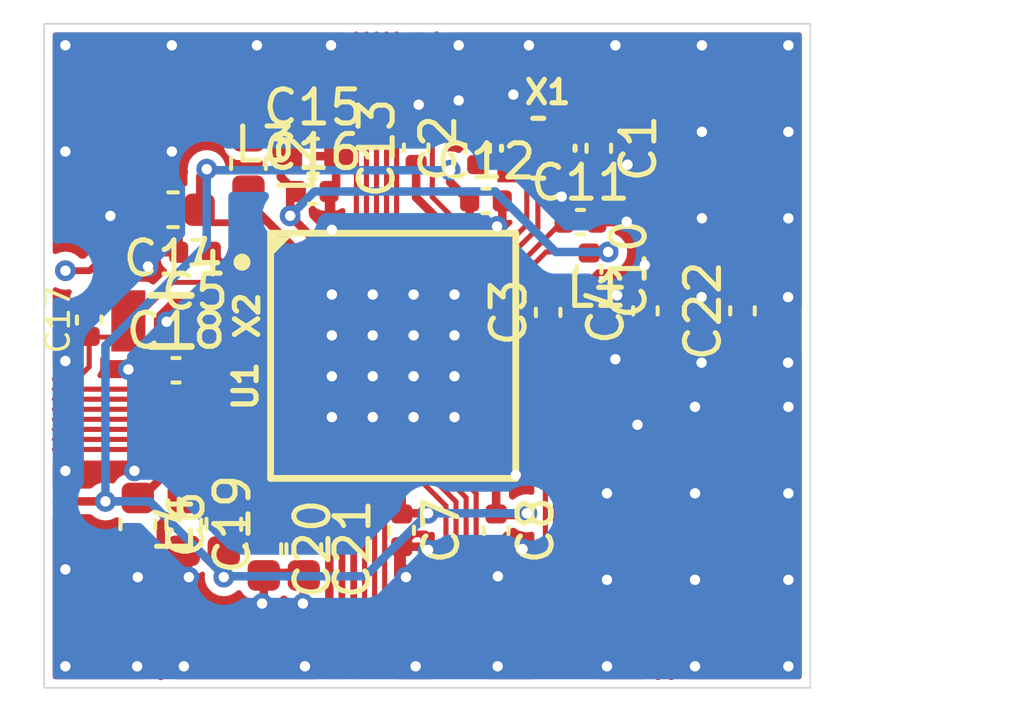
<source format=kicad_pcb>
(kicad_pcb (version 20221018) (generator pcbnew)
  (layers (0 "F.Cu" signal "Top Layer") (1 "In1.Cu" signal "Mid Layer 1") (2 "In2.Cu" signal "Mid Layer 2") (31 "B.Cu" signal "Bottom Layer") (34 "B.Paste" user "Bottom Paste") (35 "F.Paste" user "Top Paste") (36 "B.SilkS" user "Bottom Overlay") (37 "F.SilkS" user "Top Overlay") (38 "B.Mask" user "Bottom Solder") (39 "F.Mask" user "Top Solder") (44 "Edge.Cuts" user))
  (property "ADDRESS1" "")
  (property "ADDRESS2" "")
  (property "ADDRESS3" "")
  (property "ADDRESS4" "")
  (property "DEVICE" "nRF52840-QIAA")
  (property "DOCUMENTNUMBER" "")
  (property "DOCUMENTSIZE" "A4")
  (property "DRAWNBY" "RUBR")
  (property "ORGANIZATION" "")
  (property "REFLAYOUTTITLE" "Reference Layout Config. 4: VDDH supply, DCDC, USB")
  (property "SHEETTOTAL" "1")
  (net 0 "")
  (net 1 "NetC20_1")
  (net 2 "P1.15")
  (net 3 "P1.14")
  (net 4 "P1.13")
  (net 5 "P1.12")
  (net 6 "P1.11")
  (net 7 "P1.10")
  (net 8 "P1.09")
  (net 9 "P1.08")
  (net 10 "P1.07")
  (net 11 "P1.06")
  (net 12 "P1.05")
  (net 13 "P1.04")
  (net 14 "P1.03")
  (net 15 "P1.02")
  (net 16 "P1.01")
  (net 17 "P1.00")
  (net 18 "P0.31/AIN7")
  (net 19 "P0.30/AIN6")
  (net 20 "P0.29/AIN5")
  (net 21 "P0.18/RESET")
  (net 22 "P0.10/NFC2")
  (net 23 "P0.09/NFC1")
  (net 24 "NetC13_1")
  (net 25 "VBUS")
  (net 26 "NetC9_1")
  (net 27 "D-")
  (net 28 "D+")
  (net 29 "SWDIO")
  (net 30 "RF")
  (net 31 "P0.28/AIN4")
  (net 32 "P0.05/AIN3")
  (net 33 "P0.04/AIN2")
  (net 34 "P0.03/AIN1")
  (net 35 "P0.02/AIN0")
  (net 36 "P0.01/XL2")
  (net 37 "P0.00/XL1")
  (net 38 "NetC3_2")
  (net 39 "DEC4_6")
  (net 40 "DEC3")
  (net 41 "GND")
  (net 42 "SWDCLK")
  (net 43 "P0.27")
  (net 44 "P0.26")
  (net 45 "P0.25")
  (net 46 "P0.24")
  (net 47 "P0.23")
  (net 48 "P0.22")
  (net 49 "P0.21")
  (net 50 "P0.20")
  (net 51 "P0.19")
  (net 52 "P0.17")
  (net 53 "P0.16")
  (net 54 "P0.15")
  (net 55 "P0.14")
  (net 56 "P0.13")
  (net 57 "P0.12")
  (net 58 "P0.11")
  (net 59 "P0.08")
  (net 60 "P0.07")
  (net 61 "P0.06")
  (net 62 "DEC1")
  (net 63 "XC1")
  (net 64 "XC2")
  (net 65 "VDD_HV")
  (net 66 "NetL4_2")
  (net 67 "NetL2_2")
  (net 68 "/DEC1")
  (net 69 "VDD_nRF")
  (net 70 "Net-(U1-DEC2)")
  (net 71 "Net-(U1-DECUSB)")
  (net 72 "Net-(L2-Pad1)")
  (net 73 "Net-(U1-DCC)")
  (net 74 "Net-(U1-DCCH)")
  (net 77 "Net-(U1-DEC3)")
  (net 78 "Net-(U1-P0.00{slash}XL1)")
  (net 79 "Net-(U1-P0.01{slash}XL2)")
  (footprint "Capacitor_SMD:C_0402_1005Metric" (layer "F.Cu") (at 153.0011 101.0786)
    (fp_text reference "C11")
    (fp_text value "100pF")
  )
  (footprint "52840:BT-XTAL_2016" (layer "F.Cu") (at 151.7623 98.90819 180)
    (fp_text reference "X1")
    (fp_text value "32MHz" hide)
  )
  (footprint "Capacitor_SMD:C_0402_1005Metric" (layer "F.Cu") (at 152.05269 103.7282 90)
    (fp_text reference "C3")
    (fp_text value "0.8pF")
  )
  (footprint "Capacitor_SMD:C_0402_1005Metric" (layer "F.Cu") (at 150.2261 100.4536)
    (fp_text reference "C12")
    (fp_text value "100nF")
  )
  (footprint "Capacitor_SMD:C_0402_1005Metric" (layer "F.Cu") (at 153.25666 102.4636 -90)
    (fp_text reference "C10")
    (fp_text value "N.C.")
  )
  (footprint "Inductor_SMD:L_0603_1608Metric" (layer "F.Cu") (at 143.2511 99.3536 -90)
    (fp_text reference "L2")
    (fp_text value "10µH")
  )
  (footprint "Capacitor_SMD:C_0402_1005Metric" (layer "F.Cu") (at 149.9843 98.90819 90)
    (fp_text reference "C2")
    (fp_text value "12pF")
  )
  (footprint "Capacitor_SMD:C_0402_1005Metric" (layer "F.Cu") (at 147.7511 110.1286 -90)
    (fp_text reference "C7")
    (fp_text value "100nF")
  )
  (footprint "C:_Repositories_Applications_test_rsk_lib_RSK-ONLY_PcbLib_pcblib.PcbLib_XTAL_3215" (layer "F.Cu") (at 140.9737 103.9786)
    (fp_text reference "X2")
    (fp_text value "32.768kHz" hide)
  )
  (footprint "Capacitor_SMD:C_0402_1005Metric" (layer "F.Cu") (at 145.1389 100.1776)
    (fp_text reference "C16")
    (fp_text value "47nF")
  )
  (footprint "Capacitor_SMD:C_0402_1005Metric" (layer "F.Cu") (at 157.76009 103.6828 90)
    (fp_text reference "C22")
    (fp_text value "N.C.")
  )
  (footprint "Capacitor_SMD:C_0402_1005Metric" (layer "F.Cu") (at 154.90766 103.6828 90)
    (fp_text reference "C4")
    (fp_text value "0.5pF")
  )
  (footprint "Capacitor_SMD:C_0603_1608Metric" (layer "F.Cu") (at 145.1511 99.1396)
    (fp_text reference "C15")
    (fp_text value "1.0µF")
  )
  (footprint "" (layer "F.Cu") (at 159.0581 104.2416)
    (fp_text reference "")
    (fp_text value "")
  )
  (footprint "Capacitor_SMD:C_0603_1608Metric" (layer "F.Cu") (at 144.87607 110.6786 -90)
    (fp_text reference "C21")
    (fp_text value "4.7µF")
  )
  (footprint "Capacitor_SMD:C_0402_1005Metric" (layer "F.Cu") (at 148.1761 98.9036 90)
    (fp_text reference "C13")
    (fp_text value "N.C.")
  )
  (footprint "Capacitor_SMD:C_0402_1005Metric" (layer "F.Cu") (at 141.1237 105.4286)
    (fp_text reference "C18")
    (fp_text value "12pF")
  )
  (footprint "Inductor_SMD:L_0603_1608Metric" (layer "F.Cu") (at 142.52607 109.95361 90)
    (fp_text reference "L4")
    (fp_text value "10µH")
  )
  (footprint "Capacitor_SMD:C_0402_1005Metric" (layer "F.Cu") (at 141.680902 101.962276 180)
    (fp_text reference "C5")
    (fp_text value "100nF")
  )
  (footprint "Capacitor_SMD:C_0603_1608Metric" (layer "F.Cu") (at 141.35109 109.95361 -90)
    (fp_text reference "C19")
    (fp_text value "4.7µF")
  )
  (footprint "Capacitor_SMD:C_0603_1608Metric" (layer "F.Cu") (at 140.0011 109.95361 -90)
    (fp_text reference "C6")
    (fp_text value "4.7µF")
  )
  (footprint "Capacitor_SMD:C_0402_1005Metric" (layer "F.Cu") (at 150.5261 110.1286 -90)
    (fp_text reference "C8")
    (fp_text value "100nF")
  )
  (footprint "D:_Applications_test_rsk_lib_RSK-ONLY_PcbLib_AQFN50P700X700X85_HS-74N.PcbLib_AQFN50P700X700X85_HS-74N" (layer "F.Cu") (at 147.5011 105.0036)
    (fp_text reference "U1")
    (fp_text value "nRF52840-QIAA" hide)
  )
  (footprint "Capacitor_SMD:C_0603_1608Metric" (layer "F.Cu") (at 143.70107 110.6786 -90)
    (fp_text reference "C20")
    (fp_text value "4.7µF")
  )
  (footprint "Inductor_SMD:L_0402_1005Metric" (layer "F.Cu") (at 153.47509 104.2362)
    (fp_text reference "L1")
    (fp_text value "4.7nH")
  )
  (footprint "Capacitor_SMD:C_0402_1005Metric" (layer "F.Cu") (at 153.5403 98.90819 -90)
    (fp_text reference "C1")
    (fp_text value "12pF")
  )
  (footprint "Inductor_SMD:L_0402_1005Metric" (layer "F.Cu") (at 143.7261 97.6286 180)
    (fp_text reference "L3")
    (fp_text value "15nH")
  )
  (footprint "Capacitor_SMD:C_0402_1005Metric" (layer "F.Cu") (at 138.5737 103.9536 90)
    (fp_text reference "C17")
    (fp_text value "12pF")
  )
  (footprint "Capacitor_SMD:C_0603_1608Metric" (layer "F.Cu") (at 141.036681 100.71314 180)
    (fp_text reference "C14")
    (fp_text value "1.0µF")
  )
  (gr_line (start 159.7511 114.7536) (end 159.7511 95.2536) (stroke (width 0.05)) (layer "Edge.Cuts"))
  (gr_line (start 159.7511 95.2536) (end 137.2511 95.2536) (stroke (width 0.05)) (layer "Edge.Cuts"))
  (gr_line (start 137.2511 95.2536) (end 137.2511 114.7536) (stroke (width 0.05)) (layer "Edge.Cuts"))
  (gr_line (start 137.2511 114.7536) (end 159.7511 114.7536) (stroke (width 0.05)) (layer "Edge.Cuts"))
  (segment (start 143.70107 108.774) (end 144.34359 108.13148) (width 0.25) (layer "F.Cu") (net 1))
  (segment (start 143.70107 110.0036) (end 143.70107 108.774) (width 0.25) (layer "F.Cu") (net 1))
  (segment (start 145.3756 107.8791) (end 145.5011 107.7536) (width 0.184) (layer "F.Cu") (net 1))
  (segment (start 144.34359 108.13148) (end 144.59597 107.8791) (width 0.184) (layer "F.Cu") (net 1))
  (segment (start 144.59597 107.8791) (end 145.3756 107.8791) (width 0.184) (layer "F.Cu") (net 1))
  (segment (start 147.3061 101.21642) (end 147.7511 101.66141) (width 0.15) (layer "F.Cu") (net 2))
  (segment (start 147.3061 101.21642) (end 147.3061 95.5536) (width 0.15) (layer "F.Cu") (net 2))
  (segment (start 147.7511 101.7536) (end 147.7511 101.66141) (width 0.15) (layer "F.Cu") (net 2))
  (segment (start 148.2511 101.7536) (end 148.2511 101.74422) (width 0.15) (layer "F.Cu") (net 4))
  (segment (start 147.6011 101.09422) (end 148.2511 101.74422) (width 0.15) (layer "F.Cu") (net 4))
  (segment (start 147.6011 101.09422) (end 147.6011 95.5536) (width 0.15) (layer "F.Cu") (net 4))
  (segment (start 148.65129 100.3417) (end 148.65129 98.7286) (width 0.15) (layer "F.Cu") (net 7))
  (segment (start 148.65129 100.3417) (end 149.2511 100.94151) (width 0.15) (layer "F.Cu") (net 7))
  (segment (start 148.7759 98.60399) (end 148.7759 95.55) (width 0.15) (layer "F.Cu") (net 7))
  (segment (start 149.2511 101.7536) (end 149.2511 100.94151) (width 0.15) (layer "F.Cu") (net 7))
  (segment (start 148.65129 98.7286) (end 148.7759 98.60399) (width 0.15) (layer "F.Cu") (net 7))
  (segment (start 144.07609 105.7536) (end 144.2511 105.7536) (width 0.15) (layer "F.Cu") (net 8))
  (segment (start 137.5511 107.4586) (end 142.3711 107.4586) (width 0.15) (layer "F.Cu") (net 8))
  (segment (start 142.3711 107.4586) (end 144.07609 105.7536) (width 0.15) (layer "F.Cu") (net 8))
  (segment (start 150.76987 105.7536) (end 153.1515 108.13523) (width 0.15) (layer "F.Cu") (net 11))
  (segment (start 153.1515 114.40361) (end 153.1515 108.13523) (width 0.15) (layer "F.Cu") (net 11))
  (segment (start 150.7511 105.7536) (end 150.76987 105.7536) (width 0.15) (layer "F.Cu") (net 11))
  (segment (start 152.8565 114.40361) (end 152.8565 108.25742) (width 0.15) (layer "F.Cu") (net 13))
  (segment (start 150.85267 106.2536) (end 152.8565 108.25742) (width 0.15) (layer "F.Cu") (net 13))
  (segment (start 150.7511 106.2536) (end 150.85267 106.2536) (width 0.15) (layer "F.Cu") (net 13))
  (segment (start 150.93548 106.7536) (end 152.5615 108.37962) (width 0.15) (layer "F.Cu") (net 15))
  (segment (start 152.5615 114.40361) (end 152.5615 108.37962) (width 0.15) (layer "F.Cu") (net 15))
  (segment (start 150.7511 106.7536) (end 150.93548 106.7536) (width 0.15) (layer "F.Cu") (net 15))
  (segment (start 149.7511 108.85865) (end 149.9385 109.04605) (width 0.15) (layer "F.Cu") (net 17))
  (segment (start 149.9385 114.4036) (end 149.9385 109.04605) (width 0.15) (layer "F.Cu") (net 17))
  (segment (start 149.7511 108.85865) (end 149.7511 108.2536) (width 0.15) (layer "F.Cu") (net 17))
  (segment (start 146.4211 101.3736) (end 146.4211 95.5536) (width 0.15) (layer "F.Cu") (net 18))
  (segment (start 146.2511 101.5436) (end 146.4211 101.3736) (width 0.15) (layer "F.Cu") (net 18))
  (segment (start 146.2511 101.7536) (end 146.2511 101.5436) (width 0.15) (layer "F.Cu") (net 18))
  (segment (start 146.7161 101.71861) (end 146.7511 101.7536) (width 0.15) (layer "F.Cu") (net 20))
  (segment (start 146.7161 101.71861) (end 146.7161 95.5536) (width 0.15) (layer "F.Cu") (net 20))
  (segment (start 152.54962 105.8586) (end 154.95991 105.8586) (width 0.25) (layer "F.Cu") (net 22))
  (segment (start 154.95991 105.8586) (end 155.6685 106.56719) (width 0.25) (layer "F.Cu") (net 22))
  (segment (start 155.6685 114.4016) (end 155.6685 106.56719) (width 0.25) (layer "F.Cu") (net 22))
  (segment (start 150.94462 104.2536) (end 152.54962 105.8586) (width 0.25) (layer "F.Cu") (net 22))
  (segment (start 150.7511 104.2536) (end 150.94462 104.2536) (width 0.25) (layer "F.Cu") (net 22))
  (segment (start 155.2735 114.4016) (end 155.2735 106.7308) (width 0.25) (layer "F.Cu") (net 23))
  (segment (start 152.386 106.2536) (end 154.7963 106.2536) (width 0.25) (layer "F.Cu") (net 23))
  (segment (start 150.7511 104.7536) (end 150.886 104.7536) (width 0.25) (layer "F.Cu") (net 23))
  (segment (start 150.886 104.7536) (end 152.386 106.2536) (width 0.25) (layer "F.Cu") (net 23))
  (segment (start 154.7963 106.2536) (end 155.2735 106.7308) (width 0.25) (layer "F.Cu") (net 23))
  (segment (start 148.1761 100.35441) (end 148.1761 99.4036) (width 0.25) (layer "F.Cu") (net 24))
  (segment (start 148.7511 101.7536) (end 148.7511 100.92941) (width 0.25) (layer "F.Cu") (net 24))
  (segment (start 148.1761 100.35441) (end 148.7511 100.92941) (width 0.25) (layer "F.Cu") (net 24))
  (segment (start 144.87607 110.0036) (end 145.62609 110.75363) (width 0.25) (layer "F.Cu") (net 25))
  (segment (start 144.7511 109.87863) (end 144.87607 110.0036) (width 0.25) (layer "F.Cu") (net 25))
  (segment (start 144.7511 109.87863) (end 144.7511 108.2536) (width 0.25) (layer "F.Cu") (net 25))
  (segment (start 145.62609 114.3786) (end 145.62609 110.75363) (width 0.25) (layer "F.Cu") (net 25))
  (segment (start 145.2511 108.9036) (end 145.9961 109.6486) (width 0.2) (layer "F.Cu") (net 27))
  (segment (start 145.2511 108.9036) (end 145.2511 108.2536) (width 0.2) (layer "F.Cu") (net 27))
  (segment (start 145.9961 114.4036) (end 145.9961 109.6486) (width 0.2) (layer "F.Cu") (net 27))
  (segment (start 145.75109 108.9036) (end 146.3411 109.4936) (width 0.2) (layer "F.Cu") (net 28))
  (segment (start 145.75109 108.9036) (end 145.75109 108.2536) (width 0.2) (layer "F.Cu") (net 28))
  (segment (start 146.3411 114.4036) (end 146.3411 109.4936) (width 0.2) (layer "F.Cu") (net 28))
  (segment (start 151.9715 114.40361) (end 151.9715 108.624) (width 0.15) (layer "F.Cu") (net 29))
  (segment (start 150.7511 107.7536) (end 151.1011 107.7536) (width 0.15) (layer "F.Cu") (net 29))
  (segment (start 151.1011 107.7536) (end 151.9715 108.624) (width 0.15) (layer "F.Cu") (net 29))
  (segment (start 154.01866 104.2416) (end 159.0581 104.2416) (width 0.762) (layer "F.Cu") (net 30))
  (segment (start 141.92552 106.5736) (end 144.24551 104.2536) (width 0.15) (layer "F.Cu") (net 33))
  (segment (start 144.24551 104.2536) (end 144.2511 104.2536) (width 0.15) (layer "F.Cu") (net 33))
  (segment (start 137.5511 106.5736) (end 141.92552 106.5736) (width 0.15) (layer "F.Cu") (net 33))
  (segment (start 147.0111 101.33861) (end 147.2511 101.5786) (width 0.15) (layer "F.Cu") (net 35))
  (segment (start 147.2511 101.7536) (end 147.2511 101.5786) (width 0.15) (layer "F.Cu") (net 35))
  (segment (start 147.0111 101.33861) (end 147.0111 95.5536) (width 0.15) (layer "F.Cu") (net 35))
  (segment (start 142.2237 103.9786) (end 142.80371 103.3986) (width 0.145) (layer "F.Cu") (net 36))
  (segment (start 142.80371 103.3986) (end 144.64609 103.3986) (width 0.145) (layer "F.Cu") (net 36))
  (segment (start 141.6237 105.6536) (end 141.6237 105.4286) (width 0.15) (layer "F.Cu") (net 36))
  (segment (start 142.2237 104.8286) (end 142.2237 103.9786) (width 0.145) (layer "F.Cu") (net 36))
  (segment (start 141.6237 105.4286) (end 142.2237 104.8286) (width 0.145) (layer "F.Cu") (net 36))
  (segment (start 144.64609 103.3986) (end 144.7511 103.5036) (width 0.145) (layer "F.Cu") (net 36))
  (segment (start 141.2937 105.9836) (end 141.6237 105.6536) (width 0.15) (layer "F.Cu") (net 36))
  (segment (start 137.5511 105.9836) (end 141.2937 105.9836) (width 0.15) (layer "F.Cu") (net 36))
  (segment (start 143.63423 103.09611) (end 143.6436 103.09611) (width 0.145) (layer "F.Cu") (net 37))
  (segment (start 143.6436 103.09611) (end 143.6561 103.10861) (width 0.145) (layer "F.Cu") (net 37))
  (segment (start 137.5511 105.6886) (end 138.21068 105.6886) (width 0.15) (layer "F.Cu") (net 37))
  (segment (start 138.5737 104.4536) (end 139.2487 104.4536) (width 0.145) (layer "F.Cu") (net 37))
  (segment (start 141.0086 102.8461) (end 143.38423 102.8461) (width 0.145) (layer "F.Cu") (net 37))
  (segment (start 143.38423 102.8461) (end 143.63423 103.09611) (width 0.145) (layer "F.Cu") (net 37))
  (segment (start 139.7237 103.9786) (end 139.8761 103.9786) (width 0.145) (layer "F.Cu") (net 37))
  (segment (start 144.64609 103.10861) (end 144.7511 103.0036) (width 0.145) (layer "F.Cu") (net 37))
  (segment (start 139.2487 104.4536) (end 139.7237 103.9786) (width 0.145) (layer "F.Cu") (net 37))
  (segment (start 138.21068 105.6886) (end 138.5737 105.32558) (width 0.15) (layer "F.Cu") (net 37))
  (segment (start 143.6561 103.10861) (end 144.64609 103.10861) (width 0.145) (layer "F.Cu") (net 37))
  (segment (start 138.5737 105.32558) (end 138.5737 104.4536) (width 0.15) (layer "F.Cu") (net 37))
  (segment (start 139.8761 103.9786) (end 141.0086 102.8461) (width 0.145) (layer "F.Cu") (net 37))
  (segment (start 152.0557 104.233) (end 152.06069 104.23799) (width 0.145) (layer "F.Cu") (net 38))
  (segment (start 152.0557 104.233) (end 152.94968 104.233) (width 0.508) (layer "F.Cu") (net 38))
  (segment (start 151.7213 103.8986) (end 152.0557 104.233) (width 0.145) (layer "F.Cu") (net 38))
  (segment (start 150.35609 103.8986) (end 151.7213 103.8986) (width 0.145) (layer "F.Cu") (net 38))
  (segment (start 150.2511 104.0036) (end 150.3561 103.8986) (width 0.145) (layer "F.Cu") (net 38))
  (segment (start 145.4011 102.07731) (end 145.4011 101.81649) (width 0.25) (layer "F.Cu") (net 39))
  (segment (start 151.99329 101.9536) (end 153.8153 101.9536) (width 0.15) (layer "F.Cu") (net 39))
  (segment (start 145.5011 102.2536) (end 145.5011 102.17731) (width 0.25) (layer "F.Cu") (net 39))
  (segment (start 150.7511 103.1958) (end 151.99329 101.9536) (width 0.15) (layer "F.Cu") (net 39))
  (segment (start 145.4011 102.07731) (end 145.5011 102.17731) (width 0.25) (layer "F.Cu") (net 39))
  (segment (start 144.4761 100.89149) (end 144.4761 100.0286) (width 0.25) (layer "F.Cu") (net 39))
  (segment (start 144.20109 99.7536) (end 144.20109 97.6286) (width 0.25) (layer "F.Cu") (net 39))
  (segment (start 150.7511 103.2536) (end 150.7511 103.1958) (width 0.15) (layer "F.Cu") (net 39))
  (segment (start 144.4761 100.89149) (end 145.4011 101.81649) (width 0.25) (layer "F.Cu") (net 39))
  (segment (start 144.20109 99.7536) (end 144.4761 100.0286) (width 0.25) (layer "F.Cu") (net 39))
  (via (at 144.4761 100.89149) (size 0.6096) (drill 0.3048) (layers "F.Cu" "B.Cu") (net 39))
  (via (at 153.8153 101.9536) (size 0.6096) (drill 0.3048) (layers "F.Cu" "B.Cu") (net 39))
  (segment (start 145.18999 100.1776) (end 150.4983 100.1776) (width 0.25) (layer "B.Cu") (net 39))
  (segment (start 150.4983 100.1776) (end 152.2743 101.9536) (width 0.25) (layer "B.Cu") (net 39))
  (segment (start 152.2743 101.9536) (end 153.8153 101.9536) (width 0.25) (layer "B.Cu") (net 39))
  (segment (start 144.4761 100.89149) (end 145.18999 100.1776) (width 0.25) (layer "B.Cu") (net 39))
  (segment (start 150.25668 103.0036) (end 150.58168 102.6786) (width 0.15) (layer "F.Cu") (net 40))
  (segment (start 150.58168 102.6786) (end 150.8511 102.6786) (width 0.15) (layer "F.Cu") (net 40))
  (segment (start 150.8511 102.6786) (end 152.4511 101.0786) (width 0.15) (layer "F.Cu") (net 40))
  (segment (start 150.2511 103.0036) (end 150.25668 103.0036) (width 0.15) (layer "F.Cu") (net 40))
  (segment (start 152.4511 101.0786) (end 152.5011 101.0786) (width 0.15) (layer "F.Cu") (net 40))
  (segment (start 140.6237 105.4286) (end 139.7491 105.4286) (width 0.2) (layer "F.Cu") (net 41))
  (segment (start 141.200902 101.962276) (end 140.717424 101.962276) (width 0.2) (layer "F.Cu") (net 41))
  (segment (start 148.5261 110.7036) (end 148.5261 110.31434) (width 0.2) (layer "F.Cu") (net 41))
  (segment (start 138.52329 110.62861) (end 137.8745 111.2774) (width 0.2) (layer "F.Cu") (net 41))
  (segment (start 156.326538 103.512152) (end 156.55969 103.279) (width 0.2) (layer "F.Cu") (net 41))
  (segment (start 153.5403 100.15008) (end 153.36178 100.3286) (width 0.2) (layer "F.Cu") (net 41))
  (segment (start 159.04629 103.2256) (end 159.09969 103.279) (width 0.2) (layer "F.Cu") (net 41))
  (segment (start 158.81138 103.279) (end 159.09969 103.279) (width 0.2) (layer "F.Cu") (net 41))
  (segment (start 152.7511 100.3286) (end 153.5011 101.0786) (width 0.2) (layer "F.Cu") (net 41))
  (segment (start 150.7261 100.4536) (end 150.7261 101.02859) (width 0.2) (layer "F.Cu") (net 41))
  (segment (start 150.677882 97.973772) (end 151.0373 98.33319) (width 0.2) (layer "F.Cu") (net 41))
  (segment (start 140.0011 111.5036) (end 140.0011 110.62861) (width 0.2) (layer "F.Cu") (net 41))
  (segment (start 154.6655 102.5636) (end 154.8925 102.3366) (width 0.2) (layer "F.Cu") (net 41))
  (segment (start 154.3665 99.4082) (end 154.3845 99.3902) (width 0.2) (layer "F.Cu") (net 41))
  (segment (start 150.5261 110.577062) (end 150.847664 110.255498) (width 0.2) (layer "F.Cu") (net 41))
  (segment (start 147.5011 105.0036) (end 148.1011 104.4036) (width 0.25) (layer "F.Cu") (net 41))
  (segment (start 153.5403 99.4082) (end 153.5403 100.15008) (width 0.2) (layer "F.Cu") (net 41))
  (segment (start 150.54633 97.3328) (end 151.0317 97.3328) (width 0.2) (layer "F.Cu") (net 41))
  (segment (start 140.6437 105.4286) (end 140.6437 104.2086) (width 0.2) (layer "F.Cu") (net 41))
  (segment (start 149.9843 98.40819) (end 149.9843 98.334632) (width 0.2) (layer "F.Cu") (net 41))
  (segment (start 147.6261 111.44522) (end 147.6261 110.7336) (width 0.2) (layer "F.Cu") (net 41))
  (segment (start 145.7011 101.3036) (end 145.7011 100.2398) (width 0.2) (layer "F.Cu") (net 41))
  (segment (start 144.87607 111.3536) (end 144.87607 112.25363) (width 0.2) (layer "F.Cu") (net 41))
  (segment (start 140.717424 101.962276) (end 140.3011 102.3786) (width 0.2) (layer "F.Cu") (net 41))
  (segment (start 150.34516 97.53397) (end 150.54633 97.3328) (width 0.2) (layer "F.Cu") (net 41))
  (segment (start 144.87607 112.25363) (end 144.8511 112.2786) (width 0.2) (layer "F.Cu") (net 41))
  (segment (start 150.9623 98.40819) (end 151.0373 98.33319) (width 0.2) (layer "F.Cu") (net 41))
  (segment (start 149.9843 98.334632) (end 150.34516 97.973772) (width 0.2) (layer "F.Cu") (net 41))
  (segment (start 151.261378 110.255498) (end 151.3011 110.29522) (width 0.2) (layer "F.Cu") (net 41))
  (segment (start 154.0797 103.2256) (end 154.366252 103.512152) (width 0.2) (layer "F.Cu") (net 41))
  (segment (start 140.0011 110.62861) (end 138.52329 110.62861) (width 0.2) (layer "F.Cu") (net 41))
  (segment (start 145.6389 100.1776) (end 145.8261 99.9904) (width 0.25) (layer "F.Cu") (net 41))
  (segment (start 148.1761 97.7036) (end 148.2511 97.6286) (width 0.2) (layer "F.Cu") (net 41))
  (segment (start 156.791128 103.510438) (end 158.579942 103.510438) (width 0.2) (layer "F.Cu") (net 41))
  (segment (start 151.67228 103.60861) (end 152.05269 103.2282) (width 0.145) (layer "F.Cu") (net 41))
  (segment (start 143.70107 112.22863) (end 143.6511 112.2786) (width 0.2) (layer "F.Cu") (net 41))
  (segment (start 146.0011 103.5036) (end 147.5011 105.0036) (width 0.25) (layer "F.Cu") (net 41))
  (segment (start 148.5261 110.31434) (end 148.44516 110.2334) (width 0.2) (layer "F.Cu") (net 41))
  (segment (start 153.46531 99.48319) (end 153.5403 99.4082) (width 0.2) (layer "F.Cu") (net 41))
  (segment (start 154.6511 107.0036) (end 154.6761 107.0286) (width 0.2) (layer "F.Cu") (net 41))
  (segment (start 150.34516 97.973772) (end 150.677882 97.973772) (width 0.2) (layer "F.Cu") (net 41))
  (segment (start 150.2511 103.5036) (end 150.3561 103.60861) (width 0.145) (layer "F.Cu") (net 41))
  (segment (start 152.4511 99.51939) (end 152.4873 99.48319) (width 0.2) (layer "F.Cu") (net 41))
  (segment (start 150.5769 110.6594) (end 150.5261 110.6086) (width 0.2) (layer "F.Cu") (net 41))
  (segment (start 150.34516 97.973772) (end 150.34516 97.53397) (width 0.2) (layer "F.Cu") (net 41))
  (segment (start 140.6437 104.2086) (end 140.8487 104.0036) (width 0.2) (layer "F.Cu") (net 41))
  (segment (start 158.579942 103.510438) (end 158.81138 103.279) (width 0.2) (layer "F.Cu") (net 41))
  (segment (start 150.847664 110.255498) (end 151.261378 110.255498) (width 0.2) (layer "F.Cu") (net 41))
  (segment (start 148.1011 104.4036) (end 149.0011 103.5036) (width 0.25) (layer "F.Cu") (net 41))
  (segment (start 153.8177 102.9636) (end 154.0797 103.2256) (width 0.2) (layer "F.Cu") (net 41))
  (segment (start 145.8261 99.9904) (end 145.8261 99.1396) (width 0.25) (layer "F.Cu") (net 41))
  (segment (start 150.5261 110.6086) (end 150.5261 110.577062) (width 0.2) (layer "F.Cu") (net 41))
  (segment (start 146.0011 102.2536) (end 146.0011 102.0799) (width 0.25) (layer "F.Cu") (net 41))
  (segment (start 139.7491 105.4286) (end 139.7241 105.4036) (width 0.2) (layer "F.Cu") (net 41))
  (segment (start 152.4511 100.3286) (end 152.4511 99.51939) (width 0.2) (layer "F.Cu") (net 41))
  (segment (start 154.3591 101.0666) (end 153.5131 101.0666) (width 0.2) (layer "F.Cu") (net 41))
  (segment (start 143.70107 111.3536) (end 143.70107 112.22863) (width 0.2) (layer "F.Cu") (net 41))
  (segment (start 152.4511 100.3286) (end 152.7511 100.3286) (width 0.2) (layer "F.Cu") (net 41))
  (segment (start 153.25666 102.83372) (end 153.52678 102.5636) (width 0.2) (layer "F.Cu") (net 41))
  (segment (start 145.84359 101.92239) (end 145.84359 101.3611) (width 0.25) (layer "F.Cu") (net 41))
  (segment (start 141.5011 110.77862) (end 141.35109 110.62861) (width 0.2) (layer "F.Cu") (net 41))
  (segment (start 149.0011 103.5036) (end 150.2511 103.5036) (width 0.25) (layer "F.Cu") (net 41))
  (segment (start 153.25666 102.9636) (end 153.25666 102.83372) (width 0.2) (layer "F.Cu") (net 41))
  (segment (start 147.6261 110.7336) (end 147.7511 110.6086) (width 0.2) (layer "F.Cu") (net 41))
  (segment (start 148.103192 110.2334) (end 148.44516 110.2334) (width 0.2) (layer "F.Cu") (net 41))
  (segment (start 153.52678 102.5636) (end 154.6655 102.5636) (width 0.2) (layer "F.Cu") (net 41))
  (segment (start 148.1761 98.4036) (end 148.1761 97.7036) (width 0.2) (layer "F.Cu") (net 41))
  (segment (start 147.68448 111.5036) (end 147.6261 111.44522) (width 0.2) (layer "F.Cu") (net 41))
  (segment (start 149.9843 98.40819) (end 150.9623 98.40819) (width 0.2) (layer "F.Cu") (net 41))
  (segment (start 147.7511 110.585492) (end 148.103192 110.2334) (width 0.2) (layer "F.Cu") (net 41))
  (segment (start 153.5403 99.4082) (end 154.3665 99.4082) (width 0.2) (layer "F.Cu") (net 41))
  (segment (start 146.0011 103.5036) (end 146.0011 102.2536) (width 0.25) (layer "F.Cu") (net 41))
  (segment (start 153.5131 101.0666) (end 153.5011 101.0786) (width 0.2) (layer "F.Cu") (net 41))
  (segment (start 152.4873 99.48319) (end 153.46531 99.48319) (width 0.2) (layer "F.Cu") (net 41))
  (segment (start 145.7011 100.2398) (end 145.6389 100.1776) (width 0.2) (layer "F.Cu") (net 41))
  (segment (start 153.25666 102.9636) (end 153.8177 102.9636) (width 0.2) (layer "F.Cu") (net 41))
  (segment (start 147.8777 111.5036) (end 147.68448 111.5036) (width 0.2) (layer "F.Cu") (net 41))
  (segment (start 150.7261 101.02859) (end 150.55109 101.2036) (width 0.2) (layer "F.Cu") (net 41))
  (segment (start 154.366252 103.512152) (end 156.326538 103.512152) (width 0.2) (layer "F.Cu") (net 41))
  (segment (start 153.36178 100.3286) (end 152.4511 100.3286) (width 0.2) (layer "F.Cu") (net 41))
  (segment (start 145.84359 101.92239) (end 146.0011 102.0799) (width 0.25) (layer "F.Cu") (net 41))
  (segment (start 143.70107 111.3536) (end 144.87607 111.3536) (width 0.2) (layer "F.Cu") (net 41))
  (segment (start 147.7511 110.6086) (end 147.7511 110.585492) (width 0.2) (layer "F.Cu") (net 41))
  (segment (start 150.35609 103.60861) (end 151.67228 103.60861) (width 0.145) (layer "F.Cu") (net 41))
  (segment (start 156.55969 103.279) (end 156.791128 103.510438) (width 0.2) (layer "F.Cu") (net 41))
  (segment (start 141.5011 111.5036) (end 141.5011 110.77862) (width 0.2) (layer "F.Cu") (net 41))
  (segment (start 150.5769 111.4794) (end 150.5769 110.6594) (width 0.2) (layer "F.Cu") (net 41))
  (via (at 148.2511 97.6286) (size 0.6096) (drill 0.3048) (layers "F.Cu" "B.Cu") (net 41))
  (via (at 154.3845 99.3902) (size 0.6096) (drill 0.3048) (layers "F.Cu" "B.Cu") (net 41))
  (via (at 151.0317 97.3328) (size 0.6096) (drill 0.3048) (layers "F.Cu" "B.Cu") (net 41))
  (via (at 146.90109 104.4036) (size 0.6096) (drill 0.3048) (layers "F.Cu" "B.Cu") (net 41))
  (via (at 159.1089 100.965) (size 0.6096) (drill 0.3048) (layers "F.Cu" "B.Cu") (net 41))
  (via (at 137.8745 105.156) (size 0.6096) (drill 0.3048) (layers "F.Cu" "B.Cu") (net 41))
  (via (at 148.1011 106.80361) (size 0.6096) (drill 0.3048) (layers "F.Cu" "B.Cu") (net 41))
  (via (at 159.1089 106.5022) (size 0.6096) (drill 0.3048) (layers "F.Cu" "B.Cu") (net 41))
  (via (at 144.8511 112.2786) (size 0.6096) (drill 0.3048) (layers "F.Cu" "B.Cu") (net 41))
  (via (at 137.8745 108.3818) (size 0.6096) (drill 0.3048) (layers "F.Cu" "B.Cu") (net 41))
  (via (at 150.5769 111.4794) (size 0.6096) (drill 0.3048) (layers "F.Cu" "B.Cu") (net 41))
  (via (at 145.70109 106.80361) (size 0.6096) (drill 0.3048) (layers "F.Cu" "B.Cu") (net 41))
  (via (at 154.0289 95.885) (size 0.6096) (drill 0.3048) (layers "F.Cu" "B.Cu") (net 41))
  (via (at 159.09969 103.279) (size 0.6096) (drill 0.3048) (layers "F.Cu" "B.Cu") (net 41))
  (via (at 159.1089 109.0422) (size 0.6096) (drill 0.3048) (layers "F.Cu" "B.Cu") (net 41))
  (via (at 144.9103 114.1222) (size 0.6096) (drill 0.3048) (layers "F.Cu" "B.Cu") (net 41))
  (via (at 156.3657 109.0422) (size 0.6096) (drill 0.3048) (layers "F.Cu" "B.Cu") (net 41))
  (via (at 146.90109 103.2036) (size 0.6096) (drill 0.3048) (layers "F.Cu" "B.Cu") (net 41))
  (via (at 140.3011 102.3786) (size 0.6096) (drill 0.3048) (layers "F.Cu" "B.Cu") (net 41))
  (via (at 143.6511 112.2786) (size 0.6096) (drill 0.3048) (layers "F.Cu" "B.Cu") (net 41))
  (via (at 149.3011 103.2036) (size 0.6096) (drill 0.3048) (layers "F.Cu" "B.Cu") (net 41))
  (via (at 145.7011 101.3036) (size 0.6096) (drill 0.3048) (layers "F.Cu" "B.Cu") (net 41))
  (via (at 141.5011 111.5036) (size 0.6096) (drill 0.3048) (layers "F.Cu" "B.Cu") (net 41))
  (via (at 156.5689 98.425) (size 0.6096) (drill 0.3048) (layers "F.Cu" "B.Cu") (net 41))
  (via (at 151.3011 110.6786) (size 0.6096) (drill 0.3048) (layers "F.Cu" "B.Cu") (net 41))
  (via (at 148.1011 103.2036) (size 0.6096) (drill 0.3048) (layers "F.Cu" "B.Cu") (net 41))
  (via (at 137.8745 99.0036) (size 0.6096) (drill 0.3048) (layers "F.Cu" "B.Cu") (net 41))
  (via (at 149.3011 104.4036) (size 0.6096) (drill 0.3048) (layers "F.Cu" "B.Cu") (net 41))
  (via (at 137.8745 95.885) (size 0.6096) (drill 0.3048) (layers "F.Cu" "B.Cu") (net 41))
  (via (at 154.3591 101.0666) (size 0.6096) (drill 0.3048) (layers "F.Cu" "B.Cu") (net 41))
  (via (at 145.70109 104.4036) (size 0.6096) (drill 0.3048) (layers "F.Cu" "B.Cu") (net 41))
  (via (at 156.55928 105.2052) (size 0.6096) (drill 0.3048) (layers "F.Cu" "B.Cu") (net 41))
  (via (at 156.3657 106.5022) (size 0.6096) (drill 0.3048) (layers "F.Cu" "B.Cu") (net 41))
  (via (at 145.6761 95.885) (size 0.6096) (drill 0.3048) (layers "F.Cu" "B.Cu") (net 41))
  (via (at 146.90109 106.80361) (size 0.6096) (drill 0.3048) (layers "F.Cu" "B.Cu") (net 41))
  (via (at 140.0011 111.5036) (size 0.6096) (drill 0.3048) (layers "F.Cu" "B.Cu") (net 41))
  (via (at 139.19516 100.89522) (size 0.6096) (drill 0.3048) (layers "F.Cu" "B.Cu") (net 41))
  (via (at 156.3657 111.5822) (size 0.6096) (drill 0.3048) (layers "F.Cu" "B.Cu") (net 41))
  (via (at 156.55969 103.279) (size 0.6096) (drill 0.3048) (layers "F.Cu" "B.Cu") (net 41))
  (via (at 159.1089 111.5822) (size 0.6096) (drill 0.3048) (layers "F.Cu" "B.Cu") (net 41))
  (via (at 153.7805 114.1222) (size 0.6096) (drill 0.3048) (layers "F.Cu" "B.Cu") (net 41))
  (via (at 137.8745 111.2774) (size 0.6096) (drill 0.3048) (layers "F.Cu" "B.Cu") (net 41))
  (via (at 137.8745 114.1222) (size 0.6096) (drill 0.3048) (layers "F.Cu" "B.Cu") (net 41))
  (via (at 159.1089 98.425) (size 0.6096) (drill 0.3048) (layers "F.Cu" "B.Cu") (net 41))
  (via (at 154.6761 107.0286) (size 0.6096) (drill 0.3048) (layers "F.Cu" "B.Cu") (net 41))
  (via (at 145.70109 103.2036) (size 0.6096) (drill 0.3048) (layers "F.Cu" "B.Cu") (net 41))
  (via (at 139.9011 108.3818) (size 0.6096) (drill 0.3048) (layers "F.Cu" "B.Cu") (net 41))
  (via (at 153.7805 109.0422) (size 0.6096) (drill 0.3048) (layers "F.Cu" "B.Cu") (net 41))
  (via (at 139.7241 105.4036) (size 0.6096) (drill 0.3048) (layers "F.Cu" "B.Cu") (net 41))
  (via (at 152.4511 100.3286) (size 0.6096) (drill 0.3048) (layers "F.Cu" "B.Cu") (net 41))
  (via (at 156.3657 114.1222) (size 0.6096) (drill 0.3048) (layers "F.Cu" "B.Cu") (net 41))
  (via (at 154.8925 102.3366) (size 0.6096) (drill 0.3048) (layers "F.Cu" "B.Cu") (net 41))
  (via (at 159.1089 95.885) (size 0.6096) (drill 0.3048) (layers "F.Cu" "B.Cu") (net 41))
  (via (at 151.1011 108.5036) (size 0.6096) (drill 0.3048) (layers "F.Cu" "B.Cu") (net 41))
  (via (at 145.70109 105.60361) (size 0.6096) (drill 0.3048) (layers "F.Cu" "B.Cu") (net 41))
  (via (at 140.8487 104.0036) (size 0.6096) (drill 0.3048) (layers "F.Cu" "B.Cu") (net 41))
  (via (at 156.5689 95.885) (size 0.6096) (drill 0.3048) (layers "F.Cu" "B.Cu") (net 41))
  (via (at 139.9827 114.1222) (size 0.6096) (drill 0.3048) (layers "F.Cu" "B.Cu") (net 41))
  (via (at 143.5011 95.885) (size 0.6096) (drill 0.3048) (layers "F.Cu" "B.Cu") (net 41))
  (via (at 149.3011 105.60361) (size 0.6096) (drill 0.3048) (layers "F.Cu" "B.Cu") (net 41))
  (via (at 154.02609 105.1036) (size 0.6096) (drill 0.3048) (layers "F.Cu" "B.Cu") (net 41))
  (via (at 149.4249 97.5036) (size 0.6096) (drill 0.3048) (layers "F.Cu" "B.Cu") (net 41))
  (via (at 150.5693 114.1222) (size 0.6096) (drill 0.3048) (layers "F.Cu" "B.Cu") (net 41))
  (via (at 141.0011 95.885) (size 0.6096) (drill 0.3048) (layers "F.Cu" "B.Cu") (net 41))
  (via (at 153.7805 111.5822) (size 0.6096) (drill 0.3048) (layers "F.Cu" "B.Cu") (net 41))
  (via (at 147.8777 111.5036) (size 0.6096) (drill 0.3048) (layers "F.Cu" "B.Cu") (net 41))
  (via (at 148.1615 114.1222) (size 0.6096) (drill 0.3048) (layers "F.Cu" "B.Cu") (net 41))
  (via (at 148.1011 104.4036) (size 0.6096) (drill 0.3048) (layers "F.Cu" "B.Cu") (net 41))
  (via (at 149.3011 106.80361) (size 0.6096) (drill 0.3048) (layers "F.Cu" "B.Cu") (net 41))
  (via (at 159.09928 105.2052) (size 0.6096) (drill 0.3048) (layers "F.Cu" "B.Cu") (net 41))
  (via (at 154.0797 103.2256) (size 0.6096) (drill 0.3048) (layers "F.Cu" "B.Cu") (net 41))
  (via (at 148.1011 105.60361) (size 0.6096) (drill 0.3048) (layers "F.Cu" "B.Cu") (net 41))
  (via (at 150.55109 101.2036) (size 0.6096) (drill 0.3048) (layers "F.Cu" "B.Cu") (net 41))
  (via (at 141.0011 99.0036) (size 0.6096) (drill 0.3048) (layers "F.Cu" "B.Cu") (net 41))
  (via (at 148.5261 110.7036) (size 0.6096) (drill 0.3048) (layers "F.Cu" "B.Cu") (net 41))
  (via (at 159.1089 114.1222) (size 0.6096) (drill 0.3048) (layers "F.Cu" "B.Cu") (net 41))
  (via (at 146.90109 105.60361) (size 0.6096) (drill 0.3048) (layers "F.Cu" "B.Cu") (net 41))
  (via (at 156.5689 100.965) (size 0.6096) (drill 0.3048) (layers "F.Cu" "B.Cu") (net 41))
  (via (at 151.4889 95.885) (size 0.6096) (drill 0.3048) (layers "F.Cu" "B.Cu") (net 41))
  (via (at 141.3543 114.1222) (size 0.6096) (drill 0.3048) (layers "F.Cu" "B.Cu") (net 41))
  (via (at 149.4249 95.885) (size 0.6096) (drill 0.3048) (layers "F.Cu" "B.Cu") (net 41))
  (segment (start 150.7511 107.2536) (end 151.01829 107.2536) (width 0.15) (layer "F.Cu") (net 42))
  (segment (start 152.2665 114.40361) (end 152.2665 108.50181) (width 0.15) (layer "F.Cu") (net 42))
  (segment (start 151.01829 107.2536) (end 152.2665 108.50181) (width 0.15) (layer "F.Cu") (net 42))
  (segment (start 137.5511 106.2786) (end 141.72052 106.2786) (width 0.15) (layer "F.Cu") (net 44))
  (segment (start 144.24551 103.7536) (end 144.2511 103.7536) (width 0.15) (layer "F.Cu") (net 44))
  (segment (start 141.72052 106.2786) (end 144.24551 103.7536) (width 0.15) (layer "F.Cu") (net 44))
  (segment (start 149.25109 108.77704) (end 149.25109 108.2536) (width 0.15) (layer "F.Cu") (net 46))
  (segment (start 149.25109 108.77704) (end 149.6423 109.16824) (width 0.15) (layer "F.Cu") (net 46))
  (segment (start 149.6435 114.4036) (end 149.6435 109.16824) (width 0.15) (layer "F.Cu") (net 46))
  (segment (start 148.7511 108.69423) (end 148.7511 108.2536) (width 0.15) (layer "F.Cu") (net 48))
  (segment (start 148.7511 108.69423) (end 149.34729 109.29043) (width 0.15) (layer "F.Cu") (net 48))
  (segment (start 149.34729 114.4036) (end 149.34729 109.29043) (width 0.15) (layer "F.Cu") (net 48))
  (segment (start 149.0511 114.4036) (end 149.0511 109.41142) (width 0.15) (layer "F.Cu") (net 50))
  (segment (start 148.25109 108.61142) (end 149.0511 109.41142) (width 0.15) (layer "F.Cu") (net 50))
  (segment (start 148.25109 108.61142) (end 148.25109 108.2536) (width 0.15) (layer "F.Cu") (net 50))
  (segment (start 147.2511 114.4036) (end 147.2511 108.2536) (width 0.15) (layer "F.Cu") (net 52))
  (segment (start 146.9561 114.4036) (end 146.9561 109.19141) (width 0.15) (layer "F.Cu") (net 54))
  (segment (start 146.75109 108.98641) (end 146.75109 108.2536) (width 0.15) (layer "F.Cu") (net 54))
  (segment (start 146.75109 108.98641) (end 146.9561 109.19141) (width 0.15) (layer "F.Cu") (net 54))
  (segment (start 146.2511 108.9036) (end 146.6611 109.3136) (width 0.15) (layer "F.Cu") (net 56))
  (segment (start 146.6611 114.4036) (end 146.6611 109.3136) (width 0.15) (layer "F.Cu") (net 56))
  (segment (start 146.2511 108.9036) (end 146.2511 108.2536) (width 0.15) (layer "F.Cu") (net 56))
  (segment (start 143.99329 106.2536) (end 144.2511 106.2536) (width 0.15) (layer "F.Cu") (net 57))
  (segment (start 137.5511 107.7536) (end 142.49329 107.7536) (width 0.15) (layer "F.Cu") (net 57))
  (segment (start 142.49329 107.7536) (end 143.99329 106.2536) (width 0.15) (layer "F.Cu") (net 57))
  (segment (start 142.2411 107.1636) (end 144.1511 105.2536) (width 0.15) (layer "F.Cu") (net 59))
  (segment (start 144.1511 105.2536) (end 144.2511 105.2536) (width 0.15) (layer "F.Cu") (net 59))
  (segment (start 137.5511 107.1636) (end 142.2411 107.1636) (width 0.15) (layer "F.Cu") (net 59))
  (segment (start 142.0611 106.8686) (end 144.1761 104.7536) (width 0.15) (layer "F.Cu") (net 61))
  (segment (start 144.1761 104.7536) (end 144.2511 104.7536) (width 0.15) (layer "F.Cu") (net 61))
  (segment (start 137.5511 106.8686) (end 142.0611 106.8686) (width 0.15) (layer "F.Cu") (net 61))
  (segment (start 144.056646 102.7536) (end 144.2511 102.7536) (width 0.2) (layer "F.Cu") (net 62))
  (segment (start 143.826644 102.523598) (end 144.056646 102.7536) (width 0.2) (layer "F.Cu") (net 62))
  (segment (start 142.160902 101.962276) (end 142.722224 102.523598) (width 0.2) (layer "F.Cu") (net 62))
  (segment (start 142.722224 102.523598) (end 143.826644 102.523598) (width 0.2) (layer "F.Cu") (net 62))
  (segment (start 152.2465 98.4082) (end 153.5403 98.4082) (width 0.15) (layer "F.Cu") (net 63))
  (segment (start 151.7511 98.9036) (end 152.2465 98.4082) (width 0.15) (layer "F.Cu") (net 63))
  (segment (start 150.7511 102.2536) (end 151.7511 101.2536) (width 0.15) (layer "F.Cu") (net 63))
  (segment (start 151.7511 101.2536) (end 151.7511 98.9036) (width 0.15) (layer "F.Cu") (net 63))
  (segment (start 150.9623 99.40819) (end 151.0373 99.48319) (width 0.15) (layer "F.Cu") (net 64))
  (segment (start 149.9843 99.40819) (end 150.9623 99.40819) (width 0.15) (layer "F.Cu") (net 64))
  (segment (start 150.2511 101.7536) (end 150.8261 101.7536) (width 0.15) (layer "F.Cu") (net 64))
  (segment (start 151.4261 101.1536) (end 151.4261 99.87199) (width 0.15) (layer "F.Cu") (net 64))
  (segment (start 150.8261 101.7536) (end 151.4261 101.1536) (width 0.15) (layer "F.Cu") (net 64))
  (segment (start 151.0373 99.48319) (end 151.4261 99.87199) (width 0.15) (layer "F.Cu") (net 64))
  (segment (start 144.13131 107.1621) (end 144.51631 107.1621) (width 0.25) (layer "F.Cu") (net 65))
  (segment (start 140.6761 109.9536) (end 141.35109 109.27861) (width 0.25) (layer "F.Cu") (net 65))
  (segment (start 144.6748 107.0036) (end 144.7511 107.0036) (width 0.25) (layer "F.Cu") (net 65))
  (segment (start 142.7898 108.5036) (end 144.13131 107.1621) (width 0.25) (layer "F.Cu") (net 65))
  (segment (start 144.51631 107.1621) (end 144.6748 107.0036) (width 0.25) (layer "F.Cu") (net 65))
  (segment (start 140.6761 114.4036) (end 140.6761 109.9536) (width 0.25) (layer "F.Cu") (net 65))
  (segment (start 142.12609 108.5036) (end 142.7898 108.5036) (width 0.25) (layer "F.Cu") (net 65))
  (segment (start 141.35109 109.27861) (end 142.12609 108.5036) (width 0.25) (layer "F.Cu") (net 65))
  (segment (start 142.57342 109.27861) (end 144.27842 107.5736) (width 0.25) (layer "F.Cu") (net 66))
  (segment (start 144.7176 107.5371) (end 144.7511 107.5036) (width 0.21) (layer "F.Cu") (net 66))
  (segment (start 142.52607 109.27861) (end 142.57342 109.27861) (width 0.25) (layer "F.Cu") (net 66))
  (segment (start 144.31492 107.5371) (end 144.7176 107.5371) (width 0.21) (layer "F.Cu") (net 66))
  (segment (start 143.2511 100.5036) (end 143.2511 100.0286) (width 0.25) (layer "F.Cu") (net 67))
  (segment (start 143.2511 100.5036) (end 145.0011 102.2536) (width 0.25) (layer "F.Cu") (net 67))
  (segment (start 142.52607 111.50358) (end 142.5261 111.5036) (width 0.25) (layer "F.Cu") (net 69))
  (segment (start 141.811681 100.71314) (end 141.811681 99.735884) (width 0.2) (layer "F.Cu") (net 69))
  (segment (start 143.09272 101.09522) (end 142.193761 101.09522) (width 0.2) (layer "F.Cu") (net 69))
  (segment (start 149.7511 101.7536) (end 149.7511 100.4786) (width 0.25) (layer "F.Cu") (net 69))
  (segment (start 139.0511 109.27861) (end 140.0011 109.27861) (width 0.25) (layer "F.Cu") (net 69))
  (segment (start 141.1761 108.1036) (end 142.63119 108.1036) (width 0.25) (layer "F.Cu") (net 69))
  (segment (start 147.7511 109.6286) (end 147.7511 108.2536) (width 0.25) (layer "F.Cu") (net 69))
  (segment (start 142.52607 111.50358) (end 142.52607 110.62861) (width 0.25) (layer "F.Cu") (net 69))
  (segment (start 143.98119 106.7536) (end 144.2511 106.7536) (width 0.25) (layer "F.Cu") (net 69))
  (segment (start 150.5261 109.6286) (end 150.5761 109.6786) (width 0.25) (layer "F.Cu") (net 69))
  (segment (start 150.5761 109.6786) (end 151.4261 109.6786) (width 0.25) (layer "F.Cu") (net 69))
  (segment (start 150.2511 108.2536) (end 150.5261 108.5286) (width 0.25) (layer "F.Cu") (net 69))
  (segment (start 149.1761 99.9036) (end 149.1761 99.5536) (width 0.25) (layer "F.Cu") (net 69))
  (segment (start 144.2511 102.2536) (end 143.09272 101.09522) (width 0.2) (layer "F.Cu") (net 69))
  (segment (start 142.193761 101.09522) (end 141.811681 100.71314) (width 0.2) (layer "F.Cu") (net 69))
  (segment (start 137.6205 109.27861) (end 139.0511 109.27861) (width 0.25) (layer "F.Cu") (net 69))
  (segment (start 142.63119 108.1036) (end 143.98119 106.7536) (width 0.25) (layer "F.Cu") (net 69))
  (segment (start 150.5261 109.6286) (end 150.5261 108.5286) (width 0.25) (layer "F.Cu") (net 69))
  (segment (start 147.7511 109.6286) (end 148.5261 109.6286) (width 0.25) (layer "F.Cu") (net 69))
  (segment (start 149.1761 99.9036) (end 149.7261 100.4536) (width 0.25) (layer "F.Cu") (net 69))
  (segment (start 140.0011 109.27861) (end 141.1761 108.1036) (width 0.25) (layer "F.Cu") (net 69))
  (segment (start 149.7261 100.4536) (end 149.7511 100.4786) (width 0.25) (layer "F.Cu") (net 69))
  (segment (start 141.811681 99.735884) (end 142.025485 99.52208) (width 0.2) (layer "F.Cu") (net 69))
  (via (at 151.4261 109.6286) (size 0.6096) (drill 0.3048) (layers "F.Cu" "B.Cu") (net 69))
  (via (at 149.1761 99.5536) (size 0.6096) (drill 0.3048) (layers "F.Cu" "B.Cu") (net 69))
  (via (at 139.0511 109.27861) (size 0.6096) (drill 0.3048) (layers "F.Cu" "B.Cu") (net 69))
  (via (at 142.5261 111.5036) (size 0.6096) (drill 0.3048) (layers "F.Cu" "B.Cu") (net 69))
  (via (at 142.025485 99.52208) (size 0.6096) (drill 0.3048) (layers "F.Cu" "B.Cu") (net 69))
  (via (at 148.5261 109.6286) (size 0.6096) (drill 0.3048) (layers "F.Cu" "B.Cu") (net 69))
  (segment (start 149.1761 99.5536) (end 142.057005 99.5536) (width 0.25) (layer "B.Cu") (net 69))
  (segment (start 139.0511 109.27861) (end 140.3511 109.27861) (width 0.25) (layer "B.Cu") (net 69))
  (segment (start 139.0511 109.27861) (end 139.0511 104.7036) (width 0.25) (layer "B.Cu") (net 69))
  (segment (start 140.3511 109.27861) (end 142.5511 111.4786) (width 0.25) (layer "B.Cu") (net 69))
  (segment (start 139.0511 104.7036) (end 142.025485 101.729215) (width 0.25) (layer "B.Cu") (net 69))
  (segment (start 142.5511 111.4786) (end 146.6761 111.4786) (width 0.25) (layer "B.Cu") (net 69))
  (segment (start 142.025485 101.729215) (end 142.025485 99.52208) (width 0.25) (layer "B.Cu") (net 69))
  (segment (start 142.057005 99.5536) (end 142.025485 99.52208) (width 0.25) (layer "B.Cu") (net 69))
  (segment (start 146.6761 111.4786) (end 148.5261 109.6286) (width 0.25) (layer "B.Cu") (net 69))
  (segment (start 148.5261 109.6286) (end 151.4261 109.6286) (width 0.25) (layer "B.Cu") (net 69))
  (segment (start 143.2511 97.62861) (end 143.2511 97.6286) (width 0.25) (layer "F.Cu") (net 72))
  (segment (start 143.2511 98.6786) (end 143.2511 97.62861) (width 0.25) (layer "F.Cu") (net 72))
  (segment (start 138.9237 102.42376) (end 138.79516 102.29522) (width 0.2) (layer "F.Cu") (net 78))
  (segment (start 138.79516 102.29522) (end 138.58678 102.5036) (width 0.2) (layer "F.Cu") (net 78))
  (segment (start 138.5737 103.4536) (end 138.9237 103.1036) (width 0.2) (layer "F.Cu") (net 78))
  (segment (start 138.58678 102.5036) (end 137.8745 102.5036) (width 0.2) (layer "F.Cu") (net 78))
  (segment (start 138.9237 103.1036) (end 138.9237 102.42376) (width 0.2) (layer "F.Cu") (net 78))
  (via (at 137.8745 102.5036) (size 0.6096) (drill 0.3048) (layers "F.Cu" "B.Cu") (net 78))
  (zone (net 0) (net_name "") (layer "F.Cu") (connect_pads (clearance 0)) (min_thickness 0.25)
    (keepout (tracks not_allowed) (vias not_allowed) (pads not_allowed) (copperpour not_allowed) (footprints allowed))
    (fill (thermal_gap 0.5) (thermal_bridge_width 0.5))
    (polygon (pts (xy 139.50109 110.4036) (xy 139.50109 109.0036) (xy 143.17147 109.0036) (xy 143.17147 110.4036)))
  )
  (zone (net 0) (net_name "") (layer "F.Cu") (connect_pads (clearance 0)) (min_thickness 0.25)
    (keepout (tracks not_allowed) (vias not_allowed) (pads not_allowed) (copperpour not_allowed) (footprints allowed))
    (fill (thermal_gap 0.5) (thermal_bridge_width 0.5))
    (polygon (pts (xy 147.7511 105.7536) (xy 147.7511 104.2536) (xy 150.2511 104.2536) (xy 150.2511 105.7536)))
  )
  (zone (net 41) (net_name "GND") (layer "F.Cu") (priority 1005) (connect_pads (clearance 0.25)) (min_thickness 0.15) (fill yes (thermal_gap 0.25) (thermal_bridge_width 0.25))
    (polygon (pts (xy 136.52609 94.5896) (xy 136.52609 115.1036) (xy 160.50109 115.1036) (xy 160.5011 94.58959)))
  )
  (zone (net 0) (net_name "") (layer "F.Cu") (connect_pads (clearance 0)) (min_thickness 0.25)
    (keepout (tracks not_allowed) (vias not_allowed) (pads not_allowed) (copperpour not_allowed) (footprints allowed))
    (fill (thermal_gap 0.5) (thermal_bridge_width 0.5))
    (polygon (pts (xy 150.07432 108.99104) (xy 149.01366 107.93038) (xy 150.78143 106.16261) (xy 151.84209 107.22327)))
  )
  (zone (net 0) (net_name "") (layer "F.Cu") (connect_pads (clearance 0)) (min_thickness 0.25)
    (keepout (tracks not_allowed) (vias not_allowed) (pads not_allowed) (copperpour not_allowed) (footprints allowed))
    (fill (thermal_gap 0.5) (thermal_bridge_width 0.5))
    (polygon (pts (xy 143.00109 111.2536) (xy 143.00109 109.7536) (xy 145.50109 109.7536) (xy 145.50109 111.2536)))
  )
  (zone (net 0) (net_name "") (layer "F.Cu") (connect_pads (clearance 0)) (min_thickness 0.25)
    (keepout (tracks not_allowed) (vias not_allowed) (pads not_allowed) (copperpour not_allowed) (footprints allowed))
    (fill (thermal_gap 0.5) (thermal_bridge_width 0.5))
    (polygon (pts (xy 150.14516 101.84522) (xy 149.09516 102.09522) (xy 150.83349 105.7284) (xy 153.5761 105.7284) (xy 153.5761 103.4786) (xy 152.7761 103.4786) (xy 152.7761 102.4328) (xy 150.83349 102.4328)))
  )
  (zone (net 0) (net_name "") (layers "*.Cu") (connect_pads (clearance 0)) (min_thickness 0.25)
    (keepout (tracks not_allowed) (vias not_allowed) (pads not_allowed) (copperpour not_allowed) (footprints allowed))
    (fill (thermal_gap 0.5) (thermal_bridge_width 0.5))
    (polygon (pts (xy 159.679495 95.227538) (xy 159.713 95.187609) (xy 159.764332 95.178558) (xy 159.809473 95.20462) (xy 159.8273 95.2536) (xy 159.8273 114.7536) (xy 159.822705 114.779662) (xy 159.7892 114.819591) (xy 159.737868 114.828642) (xy 159.692727 114.80258) (xy 159.6749 114.7536) (xy 159.6749 95.2536)))
  )
  (zone (net 0) (net_name "") (layers "*.Cu") (connect_pads (clearance 0)) (min_thickness 0.25)
    (keepout (tracks not_allowed) (vias not_allowed) (pads not_allowed) (copperpour not_allowed) (footprints allowed))
    (fill (thermal_gap 0.5) (thermal_bridge_width 0.5))
    (polygon (pts (xy 159.777162 114.681995) (xy 159.817091 114.7155) (xy 159.826142 114.766832) (xy 159.80008 114.811973) (xy 159.7511 114.8298) (xy 137.2511 114.8298) (xy 137.225038 114.825205) (xy 137.185109 114.7917) (xy 137.176058 114.740368) (xy 137.20212 114.695227) (xy 137.2511 114.6774) (xy 159.7511 114.6774)))
  )
  (zone (net 0) (net_name "") (layers "*.Cu") (connect_pads (clearance 0)) (min_thickness 0.25)
    (keepout (tracks not_allowed) (vias not_allowed) (pads not_allowed) (copperpour not_allowed) (footprints allowed))
    (fill (thermal_gap 0.5) (thermal_bridge_width 0.5))
    (polygon (pts (xy 137.179495 95.227538) (xy 137.213 95.187609) (xy 137.264332 95.178558) (xy 137.309473 95.20462) (xy 137.3273 95.2536) (xy 137.3273 114.7536) (xy 137.322705 114.779662) (xy 137.2892 114.819591) (xy 137.237868 114.828642) (xy 137.192727 114.80258) (xy 137.1749 114.7536) (xy 137.1749 95.2536)))
  )
  (zone (net 0) (net_name "") (layers "*.Cu") (connect_pads (clearance 0)) (min_thickness 0.25)
    (keepout (tracks not_allowed) (vias not_allowed) (pads not_allowed) (copperpour not_allowed) (footprints allowed))
    (fill (thermal_gap 0.5) (thermal_bridge_width 0.5))
    (polygon (pts (xy 159.777162 95.181995) (xy 159.817091 95.2155) (xy 159.826142 95.266832) (xy 159.80008 95.311973) (xy 159.7511 95.3298) (xy 137.2511 95.3298) (xy 137.225038 95.325205) (xy 137.185109 95.2917) (xy 137.176058 95.240368) (xy 137.20212 95.195227) (xy 137.2511 95.1774) (xy 159.7511 95.1774)))
  )
  (zone (net 41) (net_name "GND") (layer "B.Cu") (priority 3) (connect_pads (clearance 0.508)) (min_thickness 0.25) (fill yes (thermal_gap 0.254) (thermal_bridge_width 0.254))
    (polygon (pts (xy 136.4261 94.5536) (xy 136.4261 115.1536) (xy 160.5011 115.1536) (xy 160.5011 94.5536)))
  )
)
</source>
